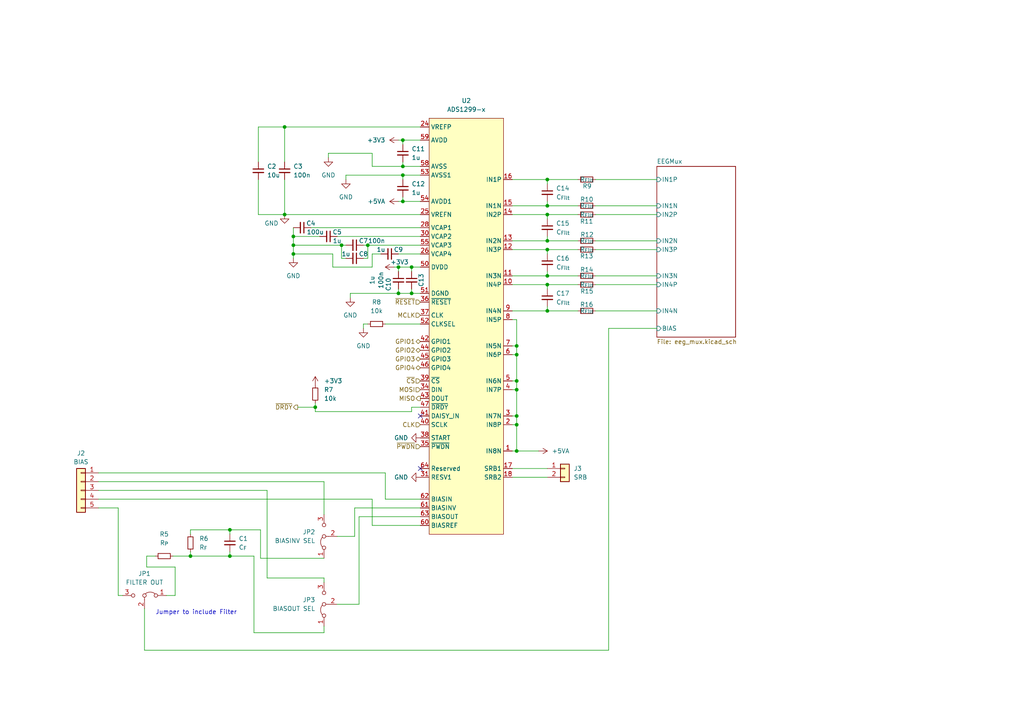
<source format=kicad_sch>
(kicad_sch (version 20211123) (generator eeschema)
  (paper "A4")
  (title_block (title "eduSignal") (date "2022-07-14") (rev "1") (company "Hochschule Pforzheim") (comment 1 "Patrick Hanner") (comment 2 "Biosignal development board"))
  (lib_symbols
    (symbol "Connector_Generic:Conn_01x02" (pin_names (offset 1.016) hide)
      (property "Reference" "J" (at 0 2.54 0))
      (property "Value" "Conn_01x02" (at 0 -5.08 0))
      (symbol "Conn_01x02_1_1"
        (rectangle (start -1.27 -2.413) (end 0 -2.667) (stroke (width 0.1524)))
        (rectangle (start -1.27 0.127) (end 0 -0.127) (stroke (width 0.1524)))
        (rectangle (start -1.27 1.27) (end 1.27 -3.81) (stroke (width 0.254)) (fill (type background)))
        (pin passive line (at -5.08 0 0) (length 3.81) (name "Pin_1") (number "1"))
        (pin passive line (at -5.08 -2.54 0) (length 3.81) (name "Pin_2") (number "2"))
      )
    )
    (symbol "Connector_Generic:Conn_01x05" (pin_names (offset 1.016) hide)
      (property "Reference" "J" (at 0 7.62 0))
      (property "Value" "Conn_01x05" (at 0 -7.62 0))
      (symbol "Conn_01x05_1_1"
        (rectangle (start -1.27 -4.953) (end 0 -5.207) (stroke (width 0.1524)))
        (rectangle (start -1.27 -2.413) (end 0 -2.667) (stroke (width 0.1524)))
        (rectangle (start -1.27 0.127) (end 0 -0.127) (stroke (width 0.1524)))
        (rectangle (start -1.27 2.667) (end 0 2.413) (stroke (width 0.1524)))
        (rectangle (start -1.27 5.207) (end 0 4.953) (stroke (width 0.1524)))
        (rectangle (start -1.27 6.35) (end 1.27 -6.35) (stroke (width 0.254)) (fill (type background)))
        (pin passive line (at -5.08 5.08 0) (length 3.81) (name "Pin_1") (number "1"))
        (pin passive line (at -5.08 2.54 0) (length 3.81) (name "Pin_2") (number "2"))
        (pin passive line (at -5.08 0 0) (length 3.81) (name "Pin_3") (number "3"))
        (pin passive line (at -5.08 -2.54 0) (length 3.81) (name "Pin_4") (number "4"))
        (pin passive line (at -5.08 -5.08 0) (length 3.81) (name "Pin_5") (number "5"))
      )
    )
    (symbol "Device:C_Small" (pin_numbers hide) (pin_names (offset 0.254) hide)
      (property "Reference" "C" (at 0.254 1.778 0))
      (property "Value" "C_Small" (at 0.254 -2.032 0))
      (symbol "C_Small_0_1"
        (polyline (pts (xy -1.524 -0.508) (xy 1.524 -0.508)) (stroke (width 0.3302)))
        (polyline (pts (xy -1.524 0.508) (xy 1.524 0.508)) (stroke (width 0.3048)))
      )
      (symbol "C_Small_1_1"
        (pin passive line (at 0 2.54 270) (length 2.032) (name "~") (number "1"))
        (pin passive line (at 0 -2.54 90) (length 2.032) (name "~") (number "2"))
      )
    )
    (symbol "Device:R_Small" (pin_numbers hide) (pin_names (offset 0.254) hide)
      (property "Reference" "R" (at 0.762 0.508 0))
      (property "Value" "R_Small" (at 0.762 -1.016 0))
      (symbol "R_Small_0_1"
        (rectangle (start -0.762 1.778) (end 0.762 -1.778) (stroke (width 0.2032)))
      )
      (symbol "R_Small_1_1"
        (pin passive line (at 0 2.54 270) (length 0.762) (name "~") (number "1"))
        (pin passive line (at 0 -2.54 90) (length 0.762) (name "~") (number "2"))
      )
    )
    (symbol "Jumper:Jumper_3_Bridged12" (pin_names (offset 0) hide)
      (property "Reference" "JP" (at -2.54 -2.54 0))
      (property "Value" "Jumper_3_Bridged12" (at 0 2.794 0))
      (symbol "Jumper_3_Bridged12_0_0"
        (circle (center -3.302 0) (radius 0.508))
        (circle (center 0 0) (radius 0.508))
        (circle (center 3.302 0) (radius 0.508))
      )
      (symbol "Jumper_3_Bridged12_0_1"
        (arc (start -0.254 0.508) (mid -1.651 0.9912) (end -3.048 0.508))
        (polyline (pts (xy 0 -1.27) (xy 0 -0.508)))
      )
      (symbol "Jumper_3_Bridged12_1_1"
        (pin passive line (at -6.35 0 0) (length 2.54) (name "A") (number "1"))
        (pin passive line (at 0 -3.81 90) (length 2.54) (name "C") (number "2"))
        (pin passive line (at 6.35 0 180) (length 2.54) (name "B") (number "3"))
      )
    )
    (symbol "ownLib:ADS1299-x"
      (property "Reference" "U" (at 0 6.35 0))
      (property "Value" "ADS1299-x" (at -1.27 8.89 0))
      (symbol "ADS1299-x_0_0"
        (pin input line (at 12.7 -39.37 180) (length 2.54) (name "IN8N") (number "1"))
        (pin input line (at 12.7 8.89 180) (length 2.54) (name "IN4P") (number "10"))
        (pin input line (at 12.7 11.43 180) (length 2.54) (name "IN3N") (number "11"))
        (pin input line (at 12.7 19.05 180) (length 2.54) (name "IN3P") (number "12"))
        (pin input line (at 12.7 21.59 180) (length 2.54) (name "IN2N") (number "13"))
        (pin input line (at 12.7 29.21 180) (length 2.54) (name "IN2P") (number "14"))
        (pin input line (at 12.7 31.75 180) (length 2.54) (name "IN1N") (number "15"))
        (pin input line (at 12.7 39.37 180) (length 2.54) (name "IN1P") (number "16"))
        (pin bidirectional line (at 12.7 -44.45 180) (length 2.54) (name "SRB1") (number "17"))
        (pin bidirectional line (at 12.7 -46.99 180) (length 2.54) (name "SRB2") (number "18"))
        (pin power_in line (at -13.97 50.8 0) (length 2.54) hide (name "AVDD") (number "19"))
        (pin input line (at 12.7 -31.75 180) (length 2.54) (name "IN8P") (number "2"))
        (pin power_in line (at -13.97 43.18 0) (length 2.54) hide (name "AVSS") (number "20"))
        (pin power_in line (at -13.97 50.8 0) (length 2.54) hide (name "AVDD") (number "21"))
        (pin power_in line (at -13.97 50.8 0) (length 2.54) hide (name "AVDD") (number "22"))
        (pin power_in line (at -13.97 43.18 0) (length 2.54) hide (name "AVSS") (number "23"))
        (pin bidirectional line (at -13.97 54.61 0) (length 2.54) (name "VREFP") (number "24"))
        (pin input line (at -13.97 29.21 0) (length 2.54) (name "VREFN") (number "25"))
        (pin output line (at -13.97 17.78 0) (length 2.54) (name "VCAP4") (number "26"))
        (pin no_connect line (at 1.27 -17.78 0) (length 2.54) hide (name "NC") (number "27"))
        (pin output line (at -13.97 25.4 0) (length 2.54) (name "VCAP1") (number "28"))
        (pin no_connect line (at 1.27 -19.05 0) (length 2.54) hide (name "NC") (number "29"))
        (pin input line (at 12.7 -29.21 180) (length 2.54) (name "IN7N") (number "3"))
        (pin output line (at -13.97 22.86 0) (length 2.54) (name "VCAP2") (number "30"))
        (pin input line (at -13.97 -46.99 0) (length 2.54) (name "RESV1") (number "31"))
        (pin power_in line (at -13.97 43.18 0) (length 2.54) hide (name "AVSS") (number "32"))
        (pin power_in line (at -13.97 6.35 0) (length 2.54) hide (name "DGND") (number "33"))
        (pin bidirectional line (at -13.97 -21.59 0) (length 2.54) (name "DIN") (number "34"))
        (pin input line (at -13.97 -38.1 0) (length 2.54) (name "~{PWDN}") (number "35"))
        (pin input line (at -13.97 3.81 0) (length 2.54) (name "~{RESET}") (number "36"))
        (pin input line (at -13.97 0 0) (length 2.54) (name "CLK") (number "37"))
        (pin input line (at -13.97 -35.56 0) (length 2.54) (name "START") (number "38"))
        (pin input line (at -13.97 -19.05 0) (length 2.54) (name "~{CS}") (number "39"))
        (pin input line (at 12.7 -21.59 180) (length 2.54) (name "IN7P") (number "4"))
        (pin bidirectional line (at -13.97 -31.75 0) (length 2.54) (name "SCLK") (number "40"))
        (pin input line (at -13.97 -29.21 0) (length 2.54) (name "DAISY_IN") (number "41"))
        (pin bidirectional line (at -13.97 -7.62 0) (length 2.54) (name "GPIO1") (number "42"))
        (pin bidirectional line (at -13.97 -24.13 0) (length 2.54) (name "DOUT") (number "43"))
        (pin bidirectional line (at -13.97 -10.16 0) (length 2.54) (name "GPIO2") (number "44"))
        (pin bidirectional line (at -13.97 -12.7 0) (length 2.54) (name "GPIO3") (number "45"))
        (pin bidirectional line (at -13.97 -15.24 0) (length 2.54) (name "GPIO4") (number "46"))
        (pin output line (at -13.97 -26.67 0) (length 2.54) (name "~{DRDY}") (number "47"))
        (pin power_in line (at -13.97 13.97 0) (length 2.54) hide (name "DVDD") (number "48"))
        (pin power_in line (at -13.97 6.35 0) (length 2.54) hide (name "DGND") (number "49"))
        (pin input line (at 12.7 -19.05 180) (length 2.54) (name "IN6N") (number "5"))
        (pin power_in line (at -13.97 13.97 0) (length 2.54) (name "DVDD") (number "50"))
        (pin power_in line (at -13.97 6.35 0) (length 2.54) (name "DGND") (number "51"))
        (pin input line (at -13.97 -2.54 0) (length 2.54) (name "CLKSEL") (number "52"))
        (pin power_in line (at -13.97 40.64 0) (length 2.54) (name "AVSS1") (number "53"))
        (pin power_in line (at -13.97 33.02 0) (length 2.54) (name "AVDD1") (number "54"))
        (pin output line (at -13.97 20.32 0) (length 2.54) (name "VCAP3") (number "55"))
        (pin power_in line (at -13.97 50.8 0) (length 2.54) hide (name "AVDD") (number "56"))
        (pin power_in line (at -13.97 43.18 0) (length 2.54) hide (name "AVSS") (number "57"))
        (pin power_in line (at -13.97 43.18 0) (length 2.54) (name "AVSS") (number "58"))
        (pin power_in line (at -13.97 50.8 0) (length 2.54) (name "AVDD") (number "59"))
        (pin input line (at 12.7 -11.43 180) (length 2.54) (name "IN6P") (number "6"))
        (pin input line (at -13.97 -60.96 0) (length 2.54) (name "BIASREF") (number "60"))
        (pin bidirectional line (at -13.97 -55.88 0) (length 2.54) (name "BIASINV") (number "61"))
        (pin input line (at -13.97 -53.34 0) (length 2.54) (name "BIASIN") (number "62"))
        (pin output line (at -13.97 -58.42 0) (length 2.54) (name "BIASOUT") (number "63"))
        (pin output line (at -13.97 -44.45 0) (length 2.54) (name "Reserved") (number "64"))
        (pin input line (at 12.7 -8.89 180) (length 2.54) (name "IN5N") (number "7"))
        (pin input line (at 12.7 -1.27 180) (length 2.54) (name "IN5P") (number "8"))
        (pin input line (at 12.7 1.27 180) (length 2.54) (name "IN4N") (number "9"))
      )
      (symbol "ADS1299-x_0_1"
        (rectangle (start -11.43 57.15) (end 10.16 -63.5) (fill (type background)))
      )
    )
    (symbol "power:+3V3" (power) (pin_names (offset 0))
      (property "Value" "+3V3" (at 0 3.556 0))
      (symbol "+3V3_0_1"
        (polyline (pts (xy -0.762 1.27) (xy 0 2.54)))
        (polyline (pts (xy 0 0) (xy 0 2.54)))
        (polyline (pts (xy 0 2.54) (xy 0.762 1.27)))
      )
      (symbol "+3V3_1_1"
        (pin power_in line (at 0 0 90) (length 0) hide (name "+3V3") (number "1"))
      )
    )
    (symbol "power:+5VA" (power) (pin_names (offset 0))
      (property "Value" "+5VA" (at 0 3.556 0))
      (symbol "+5VA_0_1"
        (polyline (pts (xy -0.762 1.27) (xy 0 2.54)))
        (polyline (pts (xy 0 0) (xy 0 2.54)))
        (polyline (pts (xy 0 2.54) (xy 0.762 1.27)))
      )
      (symbol "+5VA_1_1"
        (pin power_in line (at 0 0 90) (length 0) hide (name "+5VA") (number "1"))
      )
    )
    (symbol "power:GND" (power) (pin_names (offset 0))
      (property "Value" "GND" (at 0 -3.81 0))
      (symbol "GND_0_1"
        (polyline (pts (xy 0 0) (xy 0 -1.27) (xy 1.27 -1.27) (xy 0 -2.54) (xy -1.27 -1.27) (xy 0 -1.27)))
      )
      (symbol "GND_1_1"
        (pin power_in line (at 0 0 270) (length 0) hide (name "GND") (number "1"))
      )
    )
  )
  (junction (at 158.75 90.17))
  (junction (at 119.38 85.09))
  (junction (at 158.75 52.07))
  (junction (at 119.38 77.47))
  (junction (at 82.55 62.23))
  (junction (at 158.75 62.23))
  (junction (at 85.09 71.12))
  (junction (at 158.75 72.39))
  (junction (at 149.86 120.65))
  (junction (at 115.57 85.09))
  (junction (at 158.75 59.69))
  (junction (at 116.84 40.64))
  (junction (at 158.75 82.55))
  (junction (at 82.55 36.83))
  (junction (at 66.675 161.29))
  (junction (at 149.86 113.03))
  (junction (at 149.86 110.49))
  (junction (at 66.675 153.67))
  (junction (at 55.245 161.29))
  (junction (at 149.86 100.33))
  (junction (at 149.86 102.87))
  (junction (at 115.57 77.47))
  (junction (at 149.86 130.81))
  (junction (at 85.09 68.58))
  (junction (at 158.75 80.01))
  (junction (at 91.44 118.11))
  (junction (at 85.09 73.66))
  (junction (at 116.84 50.8))
  (junction (at 99.06 71.12))
  (junction (at 116.84 58.42))
  (junction (at 149.86 123.19))
  (junction (at 106.68 71.12))
  (junction (at 116.84 48.26))
  (junction (at 158.75 69.85))
  (no_connect (at 121.92 120.65))
  (no_connect (at 121.92 135.89))
  (wire (pts (xy 101.6 86.36) (xy 101.6 85.09)))
  (wire (pts (xy 172.72 69.85) (xy 190.5 69.85)))
  (wire (pts (xy 149.86 123.19) (xy 149.86 130.81)))
  (wire (pts (xy 172.72 82.55) (xy 190.5 82.55)))
  (wire (pts (xy 148.59 135.89) (xy 158.75 135.89)))
  (wire (pts (xy 149.86 113.03) (xy 149.86 120.65)))
  (wire (pts (xy 148.59 59.69) (xy 158.75 59.69)))
  (wire (pts (xy 158.75 62.23) (xy 167.64 62.23)))
  (wire (pts (xy 111.76 144.78) (xy 121.92 144.78)))
  (wire (pts (xy 111.76 137.16) (xy 111.76 144.78)))
  (wire (pts (xy 85.09 73.66) (xy 85.09 74.93)))
  (wire (pts (xy 55.245 161.29) (xy 55.245 160.02)))
  (wire (pts (xy 96.52 77.47) (xy 96.52 73.66)))
  (wire (pts (xy 148.59 113.03) (xy 149.86 113.03)))
  (wire (pts (xy 115.57 83.82) (xy 115.57 85.09)))
  (wire (pts (xy 158.75 59.69) (xy 167.64 59.69)))
  (wire (pts (xy 119.38 119.38) (xy 91.44 119.38)))
  (wire (pts (xy 158.75 72.39) (xy 158.75 73.66)))
  (wire (pts (xy 148.59 110.49) (xy 149.86 110.49)))
  (wire (pts (xy 107.95 73.66) (xy 107.95 77.47)))
  (wire (pts (xy 149.86 100.33) (xy 149.86 102.87)))
  (wire (pts (xy 149.86 130.81) (xy 156.21 130.81)))
  (wire (pts (xy 115.57 73.66) (xy 121.92 73.66)))
  (wire (pts (xy 35.56 172.72) (xy 34.29 172.72)))
  (wire (pts (xy 110.49 73.66) (xy 107.95 73.66)))
  (wire (pts (xy 116.84 50.8) (xy 121.92 50.8)))
  (wire (pts (xy 158.75 80.01) (xy 167.64 80.01)))
  (wire (pts (xy 74.93 62.23) (xy 82.55 62.23)))
  (wire (pts (xy 100.33 50.8) (xy 100.33 52.07)))
  (wire (pts (xy 158.75 78.74) (xy 158.75 80.01)))
  (wire (pts (xy 158.75 82.55) (xy 167.64 82.55)))
  (wire (pts (xy 121.92 118.11) (xy 119.38 118.11)))
  (wire (pts (xy 82.55 36.83) (xy 121.92 36.83)))
  (wire (pts (xy 99.06 74.93) (xy 99.06 71.12)))
  (wire (pts (xy 85.09 68.58) (xy 85.09 71.12)))
  (wire (pts (xy 104.14 149.86) (xy 121.92 149.86)))
  (wire (pts (xy 105.41 74.93) (xy 106.68 74.93)))
  (wire (pts (xy 172.72 90.17) (xy 190.5 90.17)))
  (wire (pts (xy 90.17 66.04) (xy 121.92 66.04)))
  (wire (pts (xy 50.8 164.465) (xy 42.545 164.465)))
  (wire (pts (xy 93.98 181.61) (xy 93.98 183.515)))
  (wire (pts (xy 148.59 138.43) (xy 158.75 138.43)))
  (wire (pts (xy 149.86 120.65) (xy 149.86 123.19)))
  (wire (pts (xy 176.53 95.25) (xy 176.53 188.595)))
  (wire (pts (xy 116.84 50.8) (xy 116.84 52.07)))
  (wire (pts (xy 158.75 58.42) (xy 158.75 59.69)))
  (wire (pts (xy 28.575 137.16) (xy 111.76 137.16)))
  (wire (pts (xy 82.55 46.99) (xy 82.55 36.83)))
  (wire (pts (xy 28.575 142.24) (xy 77.47 142.24)))
  (wire (pts (xy 97.79 155.575) (xy 102.87 155.575)))
  (wire (pts (xy 158.75 68.58) (xy 158.75 69.85)))
  (wire (pts (xy 116.84 41.91) (xy 116.84 40.64)))
  (wire (pts (xy 158.75 72.39) (xy 167.64 72.39)))
  (wire (pts (xy 96.52 73.66) (xy 85.09 73.66)))
  (wire (pts (xy 100.33 74.93) (xy 99.06 74.93)))
  (wire (pts (xy 172.72 72.39) (xy 190.5 72.39)))
  (wire (pts (xy 106.68 71.12) (xy 121.92 71.12)))
  (wire (pts (xy 66.675 160.02) (xy 66.675 161.29)))
  (wire (pts (xy 101.6 85.09) (xy 115.57 85.09)))
  (wire (pts (xy 42.545 164.465) (xy 42.545 161.29)))
  (wire (pts (xy 74.93 52.07) (xy 74.93 62.23)))
  (wire (pts (xy 97.79 175.26) (xy 104.14 175.26)))
  (wire (pts (xy 119.38 118.11) (xy 119.38 119.38)))
  (wire (pts (xy 85.09 71.12) (xy 99.06 71.12)))
  (wire (pts (xy 172.72 62.23) (xy 190.5 62.23)))
  (wire (pts (xy 74.93 46.99) (xy 74.93 36.83)))
  (wire (pts (xy 28.575 144.78) (xy 107.95 144.78)))
  (wire (pts (xy 55.245 153.67) (xy 55.245 154.94)))
  (wire (pts (xy 75.565 161.925) (xy 75.565 153.67)))
  (wire (pts (xy 148.59 62.23) (xy 158.75 62.23)))
  (wire (pts (xy 111.76 93.98) (xy 121.92 93.98)))
  (wire (pts (xy 28.575 139.7) (xy 93.98 139.7)))
  (wire (pts (xy 115.57 78.74) (xy 115.57 77.47)))
  (wire (pts (xy 190.5 95.25) (xy 176.53 95.25)))
  (wire (pts (xy 158.75 52.07) (xy 167.64 52.07)))
  (wire (pts (xy 107.95 152.4) (xy 121.92 152.4)))
  (wire (pts (xy 115.57 40.64) (xy 116.84 40.64)))
  (wire (pts (xy 148.59 80.01) (xy 158.75 80.01)))
  (wire (pts (xy 172.72 80.01) (xy 190.5 80.01)))
  (wire (pts (xy 66.675 153.67) (xy 55.245 153.67)))
  (wire (pts (xy 115.57 77.47) (xy 119.38 77.47)))
  (wire (pts (xy 107.95 48.26) (xy 116.84 48.26)))
  (wire (pts (xy 93.98 161.925) (xy 75.565 161.925)))
  (wire (pts (xy 148.59 120.65) (xy 149.86 120.65)))
  (wire (pts (xy 75.565 153.67) (xy 66.675 153.67)))
  (wire (pts (xy 34.29 147.32) (xy 28.575 147.32)))
  (wire (pts (xy 116.84 40.64) (xy 121.92 40.64)))
  (wire (pts (xy 41.91 188.595) (xy 176.53 188.595)))
  (wire (pts (xy 148.59 69.85) (xy 158.75 69.85)))
  (wire (pts (xy 66.675 161.29) (xy 55.245 161.29)))
  (wire (pts (xy 93.98 167.64) (xy 77.47 167.64)))
  (wire (pts (xy 148.59 82.55) (xy 158.75 82.55)))
  (wire (pts (xy 158.75 52.07) (xy 158.75 53.34)))
  (wire (pts (xy 50.165 161.29) (xy 55.245 161.29)))
  (wire (pts (xy 149.86 110.49) (xy 149.86 113.03)))
  (wire (pts (xy 95.25 45.72) (xy 95.25 44.45)))
  (wire (pts (xy 85.09 71.12) (xy 85.09 73.66)))
  (wire (pts (xy 114.3 77.47) (xy 115.57 77.47)))
  (wire (pts (xy 105.41 93.98) (xy 105.41 95.25)))
  (wire (pts (xy 107.95 48.26) (xy 107.95 44.45)))
  (wire (pts (xy 148.59 90.17) (xy 158.75 90.17)))
  (wire (pts (xy 86.36 118.11) (xy 91.44 118.11)))
  (wire (pts (xy 119.38 83.82) (xy 119.38 85.09)))
  (wire (pts (xy 149.86 102.87) (xy 149.86 110.49)))
  (wire (pts (xy 148.59 52.07) (xy 158.75 52.07)))
  (wire (pts (xy 82.55 52.07) (xy 82.55 62.23)))
  (wire (pts (xy 148.59 100.33) (xy 149.86 100.33)))
  (wire (pts (xy 172.72 52.07) (xy 190.5 52.07)))
  (wire (pts (xy 158.75 90.17) (xy 167.64 90.17)))
  (wire (pts (xy 85.09 68.58) (xy 92.71 68.58)))
  (wire (pts (xy 116.84 48.26) (xy 121.92 48.26)))
  (wire (pts (xy 91.44 116.84) (xy 91.44 118.11)))
  (wire (pts (xy 66.675 153.67) (xy 66.675 154.94)))
  (wire (pts (xy 119.38 78.74) (xy 119.38 77.47)))
  (wire (pts (xy 48.26 172.72) (xy 50.8 172.72)))
  (wire (pts (xy 119.38 77.47) (xy 121.92 77.47)))
  (wire (pts (xy 107.95 77.47) (xy 96.52 77.47)))
  (wire (pts (xy 158.75 83.82) (xy 158.75 82.55)))
  (wire (pts (xy 148.59 123.19) (xy 149.86 123.19)))
  (wire (pts (xy 100.33 50.8) (xy 116.84 50.8)))
  (wire (pts (xy 148.59 72.39) (xy 158.75 72.39)))
  (wire (pts (xy 41.91 188.595) (xy 41.91 176.53)))
  (wire (pts (xy 102.87 147.32) (xy 121.92 147.32)))
  (wire (pts (xy 50.8 172.72) (xy 50.8 164.465)))
  (wire (pts (xy 116.84 46.99) (xy 116.84 48.26)))
  (wire (pts (xy 93.98 183.515) (xy 73.66 183.515)))
  (wire (pts (xy 102.87 155.575) (xy 102.87 147.32)))
  (wire (pts (xy 158.75 69.85) (xy 167.64 69.85)))
  (wire (pts (xy 158.75 62.23) (xy 158.75 63.5)))
  (wire (pts (xy 99.06 71.12) (xy 100.33 71.12)))
  (wire (pts (xy 119.38 85.09) (xy 121.92 85.09)))
  (wire (pts (xy 149.86 92.71) (xy 149.86 100.33)))
  (wire (pts (xy 93.98 139.7) (xy 93.98 149.225)))
  (wire (pts (xy 97.79 68.58) (xy 121.92 68.58)))
  (wire (pts (xy 172.72 59.69) (xy 190.5 59.69)))
  (wire (pts (xy 107.95 144.78) (xy 107.95 152.4)))
  (wire (pts (xy 106.68 74.93) (xy 106.68 71.12)))
  (wire (pts (xy 148.59 102.87) (xy 149.86 102.87)))
  (wire (pts (xy 115.57 58.42) (xy 116.84 58.42)))
  (wire (pts (xy 115.57 85.09) (xy 119.38 85.09)))
  (wire (pts (xy 104.14 149.86) (xy 104.14 175.26)))
  (wire (pts (xy 42.545 161.29) (xy 45.085 161.29)))
  (wire (pts (xy 91.44 119.38) (xy 91.44 118.11)))
  (wire (pts (xy 73.66 161.29) (xy 66.675 161.29)))
  (wire (pts (xy 148.59 92.71) (xy 149.86 92.71)))
  (wire (pts (xy 106.68 93.98) (xy 105.41 93.98)))
  (wire (pts (xy 74.93 36.83) (xy 82.55 36.83)))
  (wire (pts (xy 73.66 183.515) (xy 73.66 161.29)))
  (wire (pts (xy 158.75 88.9) (xy 158.75 90.17)))
  (wire (pts (xy 116.84 58.42) (xy 121.92 58.42)))
  (wire (pts (xy 85.09 66.04) (xy 85.09 68.58)))
  (wire (pts (xy 82.55 62.23) (xy 121.92 62.23)))
  (wire (pts (xy 77.47 167.64) (xy 77.47 142.24)))
  (wire (pts (xy 105.41 71.12) (xy 106.68 71.12)))
  (wire (pts (xy 116.84 57.15) (xy 116.84 58.42)))
  (wire (pts (xy 95.25 44.45) (xy 107.95 44.45)))
  (wire (pts (xy 34.29 172.72) (xy 34.29 147.32)))
  (wire (pts (xy 93.98 168.91) (xy 93.98 167.64)))
  (wire (pts (xy 148.59 130.81) (xy 149.86 130.81)))
  (text "Jumper to include Filter " (at 45.085 178.435 0) (effects (font (size 1.27 1.27)) (justify left bottom)))
  (hierarchical_label "~{CS}" (shape input) (at 121.92 110.49 180))
  (hierarchical_label "GPIO2" (shape bidirectional) (at 121.92 101.6 180))
  (hierarchical_label "MCLK" (shape input) (at 121.92 91.44 180))
  (hierarchical_label "GPIO1" (shape bidirectional) (at 121.92 99.06 180))
  (hierarchical_label "GPIO3" (shape bidirectional) (at 121.92 104.14 180))
  (hierarchical_label "CLK" (shape input) (at 121.92 123.19 180))
  (hierarchical_label "GPIO4" (shape bidirectional) (at 121.92 106.68 180))
  (hierarchical_label "MISO" (shape output) (at 121.92 115.57 180))
  (hierarchical_label "~{DRDY}" (shape output) (at 86.36 118.11 180))
  (hierarchical_label "MOSI" (shape input) (at 121.92 113.03 180))
  (hierarchical_label "~{PWDN}" (shape input) (at 121.92 129.54 180))
  (hierarchical_label "~{RESET}" (shape input) (at 121.92 87.63 180))
  (symbol (lib_id "power:GND") (at 121.92 127 270) (unit 1)
    (property "Reference" "#GND04" (effects hide))
    (property "Value" "GND" (at 114.3 127 90) (effects (justify left)))
  )
  (symbol (lib_id "Device:R_Small") (at 170.18 90.17 90) (unit 1)
    (property "Reference" "R16" (at 170.174 88.324 90))
    (property "Value" "R_{Filt}" (at 170.18 90.17 90))
    (property "Footprint" "Resistor_SMD:R_0603_1608Metric_Pad0.98x0.95mm_HandSolder" (effects hide))
  )
  (symbol (lib_id "Jumper:Jumper_3_Bridged12") (at 41.91 172.72 0) (mirror y) (unit 1)
    (property "Reference" "JP1" (at 41.91 166.37 0))
    (property "Value" "FILTER OUT" (at 41.91 168.91 0))
    (property "Footprint" "Connector_PinHeader_2.54mm:PinHeader_1x03_P2.54mm_Vertical" (effects hide))
  )
  (symbol (lib_id "Device:R_Small") (at 109.22 93.98 90) (unit 1)
    (property "Reference" "R8" (at 109.22 87.63 90))
    (property "Value" "10k" (at 109.22 90.17 90))
    (property "Footprint" "Resistor_SMD:R_0402_1005Metric" (effects hide))
  )
  (symbol (lib_id "power:GND") (at 105.41 95.25 0) (unit 1)
    (property "Reference" "#GND03" (effects hide))
    (property "Value" "GND" (at 105.41 100.33 0))
  )
  (symbol (lib_id "Device:R_Small") (at 47.625 161.29 90) (unit 1)
    (property "Reference" "R5" (at 47.625 154.94 90))
    (property "Value" "R_{P}" (at 47.625 157.48 90))
    (property "Footprint" "Resistor_SMD:R_0603_1608Metric_Pad0.98x0.95mm_HandSolder" (effects hide))
  )
  (symbol (lib_id "Device:C_Small") (at 116.84 44.45 0) (unit 1)
    (property "Reference" "C11" (at 119.38 43.1862 0) (effects (justify left)))
    (property "Value" "1u" (at 119.38 45.7262 0) (effects (justify left)))
    (property "Footprint" "Capacitor_SMD:C_0603_1608Metric" (effects hide))
  )
  (symbol (lib_id "Device:C_Small") (at 158.75 86.36 0) (unit 1)
    (property "Reference" "C17" (at 161.29 85.0962 0) (effects (justify left)))
    (property "Value" "C_{Filt}" (at 161.29 87.6362 0) (effects (justify left)))
    (property "Footprint" "Capacitor_SMD:C_0603_1608Metric_Pad1.08x0.95mm_HandSolder" (effects hide))
  )
  (symbol (lib_id "Device:R_Small") (at 170.18 69.85 90) (unit 1)
    (property "Reference" "R12" (at 170.2658 68.0484 90))
    (property "Value" "R_{Filt}" (at 170.18 69.85 90))
    (property "Footprint" "Resistor_SMD:R_0603_1608Metric_Pad0.98x0.95mm_HandSolder" (effects hide))
  )
  (symbol (lib_id "Device:R_Small") (at 170.18 52.07 90) (unit 1)
    (property "Reference" "R9" (at 170.2887 53.9655 90))
    (property "Value" "R_{Filt}" (at 170.18 52.07 90))
    (property "Footprint" "Resistor_SMD:R_0603_1608Metric_Pad0.98x0.95mm_HandSolder" (effects hide))
  )
  (symbol (lib_id "Device:R_Small") (at 170.18 59.69 90) (unit 1)
    (property "Reference" "R10" (at 170.197 57.8418 90))
    (property "Value" "R_{Filt}" (at 170.18 59.69 90))
    (property "Footprint" "Resistor_SMD:R_0603_1608Metric_Pad0.98x0.95mm_HandSolder" (effects hide))
  )
  (symbol (lib_id "Connector_Generic:Conn_01x02") (at 163.83 135.89 0) (unit 1)
    (property "Reference" "J3" (at 166.37 135.8899 0) (effects (justify left)))
    (property "Value" "SRB" (at 166.37 138.4299 0) (effects (justify left)))
    (property "Footprint" "Connector_PinHeader_2.54mm:PinHeader_1x02_P2.54mm_Vertical" (effects hide))
  )
  (symbol (lib_id "Device:C_Small") (at 113.03 73.66 270) (unit 1)
    (property "Reference" "C9" (at 115.57 72.39 90))
    (property "Value" "1u" (at 110.49 72.39 90))
    (property "Footprint" "Capacitor_SMD:C_0603_1608Metric" (effects hide))
  )
  (symbol (lib_id "Device:C_Small") (at 116.84 54.61 0) (unit 1)
    (property "Reference" "C12" (at 119.38 53.3462 0) (effects (justify left)))
    (property "Value" "1u" (at 119.38 55.8862 0) (effects (justify left)))
    (property "Footprint" "Capacitor_SMD:C_0603_1608Metric" (effects hide))
  )
  (symbol (lib_id "power:+3V3") (at 91.44 111.76 0) (unit 1)
    (property "Reference" "#PWR09" (effects hide))
    (property "Value" "+3V3" (at 93.98 110.4899 0) (effects (justify left)))
  )
  (symbol (lib_id "ownLib:ADS1299-x") (at 135.89 91.44 0) (unit 1)
    (property "Reference" "U2" (at 135.255 29.21 0))
    (property "Value" "ADS1299-x" (at 135.255 31.75 0))
    (property "Footprint" "Package_QFP:TQFP-64_10x10mm_P0.5mm" (effects hide))
    (property "Datasheet" "https://www.ti.com/lit/ds/symlink/ads1299.pdf?ts=1654607206478&ref_url=https%253A%252F%252Fwww.ti.com%252Fproduct%252FADS1299" (effects hide))
  )
  (symbol (lib_id "Jumper:Jumper_3_Bridged12") (at 93.98 175.26 90) (unit 1)
    (property "Reference" "JP3" (at 91.44 173.9899 90) (effects (justify left)))
    (property "Value" "BIASOUT SEL" (at 91.44 176.5299 90) (effects (justify left)))
    (property "Footprint" "Connector_PinHeader_2.54mm:PinHeader_1x03_P2.54mm_Vertical" (effects hide))
  )
  (symbol (lib_id "Device:R_Small") (at 170.18 82.55 90) (unit 1)
    (property "Reference" "R15" (at 170.2199 84.4707 90))
    (property "Value" "R_{Filt}" (at 170.18 82.55 90))
    (property "Footprint" "Resistor_SMD:R_0603_1608Metric_Pad0.98x0.95mm_HandSolder" (effects hide))
  )
  (symbol (lib_id "Device:C_Small") (at 95.25 68.58 270) (unit 1)
    (property "Reference" "C5" (at 97.79 67.31 90))
    (property "Value" "1u" (at 97.79 69.85 90))
    (property "Footprint" "Capacitor_SMD:C_0603_1608Metric" (effects hide))
  )
  (symbol (lib_id "Device:C_Small") (at 115.57 81.28 0) (unit 1)
    (property "Reference" "C10" (at 112.6477 82.5032 90))
    (property "Value" "1u" (at 107.95 81.28 90))
    (property "Footprint" "Capacitor_SMD:C_0603_1608Metric" (effects hide))
  )
  (symbol (lib_id "power:GND") (at 100.33 52.07 0) (unit 1)
    (property "Reference" "#PWR011" (effects hide))
    (property "Value" "GND" (at 100.33 57.15 0))
  )
  (symbol (lib_id "Connector_Generic:Conn_01x05") (at 23.495 142.24 0) (mirror y) (unit 1)
    (property "Reference" "J2" (at 23.495 131.445 0))
    (property "Value" "BIAS" (at 23.495 133.985 0))
    (property "Footprint" "Connector_PinHeader_2.54mm:PinHeader_1x05_P2.54mm_Vertical" (effects hide))
  )
  (symbol (lib_id "power:GND") (at 85.09 74.93 0) (unit 1)
    (property "Reference" "#GND02" (effects hide))
    (property "Value" "GND" (at 85.09 80.01 0))
  )
  (symbol (lib_id "Device:R_Small") (at 170.18 80.01 90) (unit 1)
    (property "Reference" "R14" (at 170.197 78.2091 90))
    (property "Value" "R_{Filt}" (at 170.18 80.01 90))
    (property "Footprint" "Resistor_SMD:R_0603_1608Metric_Pad0.98x0.95mm_HandSolder" (effects hide))
  )
  (symbol (lib_id "Device:C_Small") (at 158.75 55.88 0) (unit 1)
    (property "Reference" "C14" (at 161.29 54.6162 0) (effects (justify left)))
    (property "Value" "C_{Filt}" (at 161.29 57.1562 0) (effects (justify left)))
    (property "Footprint" "Capacitor_SMD:C_0603_1608Metric_Pad1.08x0.95mm_HandSolder" (effects hide))
  )
  (symbol (lib_id "Device:C_Small") (at 66.675 157.48 0) (unit 1)
    (property "Reference" "C1" (at 69.215 156.2162 0) (effects (justify left)))
    (property "Value" "C_{F}" (at 69.215 158.7562 0) (effects (justify left)))
    (property "Footprint" "Capacitor_SMD:C_0603_1608Metric_Pad1.08x0.95mm_HandSolder" (effects hide))
  )
  (symbol (lib_id "Device:C_Small") (at 102.87 74.93 270) (unit 1)
    (property "Reference" "C8" (at 105.41 73.66 90))
    (property "Value" "1u" (at 100.33 73.66 90))
    (property "Footprint" "Capacitor_SMD:C_0603_1608Metric" (effects hide))
  )
  (symbol (lib_id "Device:C_Small") (at 102.87 71.12 270) (unit 1)
    (property "Reference" "C7" (at 105.41 69.85 90))
    (property "Value" "100n" (at 109.22 69.85 90))
    (property "Footprint" "Capacitor_SMD:C_0402_1005Metric" (effects hide))
  )
  (symbol (lib_id "Device:C_Small") (at 87.63 66.04 270) (unit 1)
    (property "Reference" "C4" (at 90.17 64.77 90))
    (property "Value" "100u" (at 91.44 67.31 90))
    (property "Footprint" "Capacitor_SMD:C_1206_3216Metric" (effects hide))
  )
  (symbol (lib_id "Device:R_Small") (at 91.44 114.3 0) (unit 1)
    (property "Reference" "R7" (at 93.98 113.0299 0) (effects (justify left)))
    (property "Value" "10k" (at 93.98 115.5699 0) (effects (justify left)))
    (property "Footprint" "Resistor_SMD:R_0402_1005Metric" (effects hide))
  )
  (symbol (lib_id "power:GND") (at 121.92 138.43 270) (unit 1)
    (property "Reference" "#GND05" (effects hide))
    (property "Value" "GND" (at 114.3 138.43 90) (effects (justify left)))
  )
  (symbol (lib_id "Device:C_Small") (at 74.93 49.53 0) (unit 1)
    (property "Reference" "C2" (at 77.47 48.2662 0) (effects (justify left)))
    (property "Value" "10u" (at 77.47 50.8062 0) (effects (justify left)))
    (property "Footprint" "Capacitor_SMD:C_0603_1608Metric" (effects hide))
  )
  (symbol (lib_id "power:GND") (at 95.25 45.72 0) (unit 1)
    (property "Reference" "#PWR010" (effects hide))
    (property "Value" "GND" (at 95.25 50.8 0))
  )
  (symbol (lib_id "power:+3V3") (at 115.57 40.64 90) (unit 1)
    (property "Reference" "#PWR013" (effects hide))
    (property "Value" "+3V3" (at 111.76 40.6399 90) (effects (justify left)))
  )
  (symbol (lib_id "power:GND") (at 101.6 86.36 0) (unit 1)
    (property "Reference" "#GND0101" (effects hide))
    (property "Value" "GND" (at 101.6 91.44 0))
  )
  (symbol (lib_id "power:+3V3") (at 114.3 77.47 90) (unit 1)
    (property "Reference" "#PWR0101" (effects hide))
    (property "Value" "+3V3" (at 118.5307 76.0167 90) (effects (justify left)))
  )
  (symbol (lib_id "Jumper:Jumper_3_Bridged12") (at 93.98 155.575 90) (unit 1)
    (property "Reference" "JP2" (at 91.44 154.3049 90) (effects (justify left)))
    (property "Value" "BIASINV SEL" (at 91.44 156.8449 90) (effects (justify left)))
    (property "Footprint" "Connector_PinHeader_2.54mm:PinHeader_1x03_P2.54mm_Vertical" (effects hide))
  )
  (symbol (lib_id "power:+5VA") (at 115.57 58.42 90) (unit 1)
    (property "Reference" "#PWR014" (effects hide))
    (property "Value" "+5VA" (at 111.76 58.4199 90) (effects (justify left)))
  )
  (symbol (lib_id "Device:C_Small") (at 158.75 66.04 0) (unit 1)
    (property "Reference" "C15" (at 161.29 64.7762 0) (effects (justify left)))
    (property "Value" "C_{Filt}" (at 161.29 67.3162 0) (effects (justify left)))
    (property "Footprint" "Capacitor_SMD:C_0603_1608Metric_Pad1.08x0.95mm_HandSolder" (effects hide))
  )
  (symbol (lib_id "power:+5VA") (at 156.21 130.81 270) (unit 1)
    (property "Reference" "#PWR015" (effects hide))
    (property "Value" "+5VA" (at 160.02 130.8099 90) (effects (justify left)))
  )
  (symbol (lib_id "power:GND") (at 82.55 62.23 0) (unit 1)
    (property "Reference" "#GND01" (effects hide))
    (property "Value" "GND" (at 78.74 64.77 0))
  )
  (symbol (lib_id "Device:C_Small") (at 119.38 81.28 0) (unit 1)
    (property "Reference" "C13" (at 122.1471 81.2608 90))
    (property "Value" "100n" (at 110.49 81.28 90))
    (property "Footprint" "Capacitor_SMD:C_0402_1005Metric" (effects hide))
  )
  (symbol (lib_id "Device:C_Small") (at 82.55 49.53 0) (unit 1)
    (property "Reference" "C3" (at 85.09 48.2662 0) (effects (justify left)))
    (property "Value" "100n" (at 85.09 50.8062 0) (effects (justify left)))
    (property "Footprint" "Capacitor_SMD:C_0402_1005Metric" (effects hide))
  )
  (symbol (lib_id "Device:R_Small") (at 55.245 157.48 0) (unit 1)
    (property "Reference" "R6" (at 57.785 156.2099 0) (effects (justify left)))
    (property "Value" "R_{F}" (at 57.785 158.7499 0) (effects (justify left)))
    (property "Footprint" "Resistor_SMD:R_0603_1608Metric_Pad0.98x0.95mm_HandSolder" (effects hide))
  )
  (symbol (lib_id "Device:C_Small") (at 158.75 76.2 0) (unit 1)
    (property "Reference" "C16" (at 161.29 74.9362 0) (effects (justify left)))
    (property "Value" "C_{Filt}" (at 161.29 77.4762 0) (effects (justify left)))
    (property "Footprint" "Capacitor_SMD:C_0603_1608Metric_Pad1.08x0.95mm_HandSolder" (effects hide))
  )
  (symbol (lib_id "Device:R_Small") (at 170.18 72.39 90) (unit 1)
    (property "Reference" "R13" (at 170.1511 74.2641 90))
    (property "Value" "R_{Filt}" (at 170.18 72.39 90))
    (property "Footprint" "Resistor_SMD:R_0603_1608Metric_Pad0.98x0.95mm_HandSolder" (effects hide))
  )
  (symbol (lib_id "Device:R_Small") (at 170.18 62.23 90) (unit 1)
    (property "Reference" "R11" (at 170.1511 64.1951 90))
    (property "Value" "R_{Filt}" (at 170.18 62.23 90))
    (property "Footprint" "Resistor_SMD:R_0603_1608Metric_Pad0.98x0.95mm_HandSolder" (effects hide))
  )
  (sheet (at 190.5 48.26) (size 22.86 49.53) (stroke (width 0.1524))
    (property "Sheet name" "EEGMux" (at 190.5 47.5484 0) (effects (justify left bottom)))
    (property "Sheet file" "eeg_mux.kicad_sch" (at 190.5 98.3746 0) (effects (justify left top)))
    (pin "IN4P" input (at 190.5 82.55 180))
    (pin "IN4N" input (at 190.5 90.17 180))
    (pin "IN2P" input (at 190.5 62.23 180))
    (pin "IN1N" input (at 190.5 59.69 180))
    (pin "IN1P" input (at 190.5 52.07 180))
    (pin "IN3P" input (at 190.5 72.39 180))
    (pin "IN2N" input (at 190.5 69.85 180))
    (pin "IN3N" input (at 190.5 80.01 180))
    (pin "BIAS" input (at 190.5 95.25 180))
  )
)
</source>
